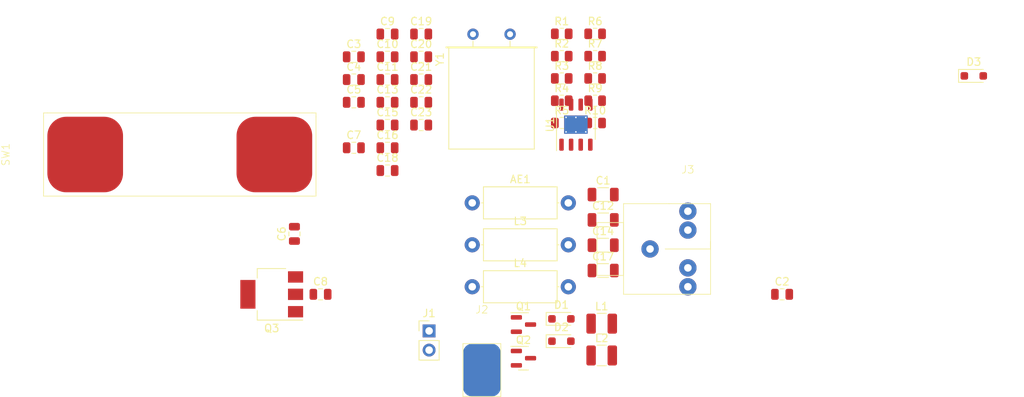
<source format=kicad_pcb>
(kicad_pcb (version 20221018) (generator pcbnew)
  (layers (0 "F.Cu" signal) (31 "B.Cu" signal) (34 "B.Paste" user) (35 "F.Paste" user) (36 "B.SilkS" user "B.Silkscreen") (37 "F.SilkS" user "F.Silkscreen") (38 "B.Mask" user) (39 "F.Mask" user) (44 "Edge.Cuts" user))
  (net 0 "")
  (net 1 "GND")
  (net 2 "Net-(J3-Pin_1)")
  (net 3 "Net-(J2-Pin_1)")
  (net 4 "Net-(D1-K)")
  (net 5 "Net-(D3-A)")
  (net 6 "Net-(D2-A)")
  (net 7 "Net-(C13-Pad2)")
  (net 8 "Net-(D2-K)")
  (net 9 "Net-(Q3-B)")
  (net 10 "Net-(Q1-B)")
  (net 11 "Net-(Q1-E)")
  (net 12 "Net-(Q2-D)")
  (net 13 "Net-(Q3-C)")
  (net 14 "Net-(C12-Pad2)")
  (net 15 "Net-(U1--)")
  (net 16 "Net-(C13-Pad1)")
  (net 17 "Net-(U1-BYPASS)")
  (net 18 "Net-(C12-Pad1)")
  (net 19 "Net-(AE1-A)")
  (net 20 "Net-(C11-Pad1)")
  (net 21 "Net-(D1-A)")
  (footprint "tcvr:coax" (layer "F.Cu") (at 152.775 -14.975)
    (fp_text reference "J2" (at 0 -0.5 unlocked) (layer "F.SilkS") (effects (font (thickness 0.1))))
    (fp_text value "anterna 50 Ohm")
    (fp_line (start -2.5 4) (end 2.5 4) (stroke (width 0.1)) (layer "F.SilkS"))
    (fp_line (start -2.5 11) (end -2.5 4) (stroke (width 0.1)) (layer "F.SilkS"))
    (fp_line (start 2.5 4) (end 2.5 11) (stroke (width 0.1)) (layer "F.SilkS"))
    (fp_line (start 2.5 11) (end -2.5 11) (stroke (width 0.1)) (layer "F.SilkS"))
    (pad "1" smd roundrect (at 0 7.5) (size 5 2) (layers "F.Cu" "F.Paste" "F.Mask") (net 3 "Net-(J2-Pin_1)"))
    (pad "2" smd roundrect (at 0 7.5) (size 5 7) (layers "B.Cu" "B.Paste" "B.Mask") (net 1 "GND"))
  )
  (footprint "Capacitor_SMD:C_1206_3216Metric" (layer "F.Cu") (at 168.8 -20.65)
    (fp_text reference "C17" (at 0 -1.85) (layer "F.SilkS"))
    (fp_text value "22u")
    (fp_line (start -0.711252 -0.91) (end 0.711252 -0.91) (stroke (width 0.12)) (layer "F.SilkS"))
    (fp_line (start -0.711252 0.91) (end 0.711252 0.91) (stroke (width 0.12)) (layer "F.SilkS"))
    (pad "1" smd roundrect (at -1.475 0) (size 1.15 1.8) (layers "F.Cu" "F.Paste" "F.Mask") (roundrect_rratio 0.217391) (net 16 "Net-(C13-Pad1)"))
    (pad "2" smd roundrect (at 1.475 0) (size 1.15 1.8) (layers "F.Cu" "F.Paste" "F.Mask") (roundrect_rratio 0.217391) (net 2 "Net-(J3-Pin_1)"))
  )
  (footprint "Capacitor_SMD:C_0805_2012Metric" (layer "F.Cu") (at 140.3 -45.92)
    (fp_text reference "C11" (at 0 -1.68) (layer "F.SilkS"))
    (fp_text value "100p")
    (fp_line (start -0.261252 -0.735) (end 0.261252 -0.735) (stroke (width 0.12)) (layer "F.SilkS"))
    (fp_line (start -0.261252 0.735) (end 0.261252 0.735) (stroke (width 0.12)) (layer "F.SilkS"))
    (pad "1" smd roundrect (at -0.95 0) (size 1 1.45) (layers "F.Cu" "F.Paste" "F.Mask") (net 20 "Net-(C11-Pad1)"))
    (pad "2" smd roundrect (at 0.95 0) (size 1 1.45) (layers "F.Cu" "F.Paste" "F.Mask") (net 3 "Net-(J2-Pin_1)"))
  )
  (footprint "Diode_SMD:D_SOD-323_HandSoldering" (layer "F.Cu") (at 163.285 -14.25)
    (fp_text reference "D1" (at 0 -1.85) (layer "F.SilkS"))
    (fp_text value "FM14 83-07-39")
    (fp_line (start -2.01 -0.85) (end -2.01 0.85) (stroke (width 0.12)) (layer "F.SilkS"))
    (fp_line (start -2.01 -0.85) (end 1.25 -0.85) (stroke (width 0.12)) (layer "F.SilkS"))
    (fp_line (start -2.01 0.85) (end 1.25 0.85) (stroke (width 0.12)) (layer "F.SilkS"))
    (pad "1" smd roundrect (at -1.25 0) (size 1 1) (layers "F.Cu" "F.Paste" "F.Mask") (net 4 "Net-(D1-K)"))
    (pad "2" smd roundrect (at 1.25 0) (size 1 1) (layers "F.Cu" "F.Paste" "F.Mask") (net 21 "Net-(D1-A)"))
  )
  (footprint "Crystal:Crystal_HC49-U_Horizontal" (layer "F.Cu") (at 151.6 -51.92)
    (fp_text reference "Y1" (at -4.375 3.3125 90) (layer "F.SilkS"))
    (fp_text value "3579kHz 40-00-62")
    (fp_line (start -3.55 1.68) (end 8.45 1.68) (stroke (width 0.12)) (layer "F.SilkS"))
    (fp_line (start -3.55 1.8) (end -3.55 1.68) (stroke (width 0.12)) (layer "F.SilkS"))
    (fp_line (start -3.2 1.8) (end -3.2 15.2) (stroke (width 0.12)) (layer "F.SilkS"))
    (fp_line (start -3.2 15.2) (end 8.1 15.2) (stroke (width 0.12)) (layer "F.SilkS"))
    (fp_line (start 0 0.95) (end 0 0.95) (stroke (width 0.12)) (layer "F.SilkS"))
    (fp_line (start 0 1.8) (end 0 0.95) (stroke (width 0.12)) (layer "F.SilkS"))
    (fp_line (start 4.9 0.95) (end 4.9 0.95) (stroke (width 0.12)) (layer "F.SilkS"))
    (fp_line (start 4.9 1.8) (end 4.9 0.95) (stroke (width 0.12)) (layer "F.SilkS"))
    (fp_line (start 8.1 1.8) (end -3.2 1.8) (stroke (width 0.12)) (layer "F.SilkS"))
    (fp_line (start 8.1 15.2) (end 8.1 1.8) (stroke (width 0.12)) (layer "F.SilkS"))
    (fp_line (start 8.45 1.68) (end 8.45 1.8) (stroke (width 0.12)) (layer "F.SilkS"))
    (fp_line (start 8.45 1.8) (end -3.55 1.8) (stroke (width 0.12)) (layer "F.SilkS"))
    (pad "1" thru_hole circle (at 0 0) (size 1.5 1.5) (drill 0.8) (layers "*.Cu" "*.Mask") (net 12 "Net-(Q2-D)"))
    (pad "2" thru_hole circle (at 4.9 0) (size 1.5 1.5) (drill 0.8) (layers "*.Cu" "*.Mask") (net 10 "Net-(Q1-B)"))
  )
  (footprint "Resistor_SMD:R_0805_2012Metric" (layer "F.Cu") (at 167.74 -46.07)
    (fp_text reference "R8" (at 0 -1.65) (layer "F.SilkS"))
    (fp_text value "10")
    (fp_line (start -0.227064 -0.735) (end 0.227064 -0.735) (stroke (width 0.12)) (layer "F.SilkS"))
    (fp_line (start -0.227064 0.735) (end 0.227064 0.735) (stroke (width 0.12)) (layer "F.SilkS"))
    (pad "1" smd roundrect (at -0.9125 0) (size 1.025 1.4) (layers "F.Cu" "F.Paste" "F.Mask") (roundrect_rratio 0.243902) (net 7 "Net-(C13-Pad2)"))
    (pad "2" smd roundrect (at 0.9125 0) (size 1.025 1.4) (layers "F.Cu" "F.Paste" "F.Mask") (roundrect_rratio 0.243902) (net 1 "GND"))
  )
  (footprint "Inductor_THT:L_Axial_L9.5mm_D4.0mm_P12.70mm_Horizontal_Fastron_SMCC" (layer "F.Cu") (at 151.5 -24.05)
    (fp_text reference "L3" (at 6.35 -3.12) (layer "F.SilkS"))
    (fp_text value "2u2 55-02-11")
    (fp_line (start 1.24 0) (end 1.48 0) (stroke (width 0.12)) (layer "F.SilkS"))
    (fp_line (start 1.48 -2.12) (end 1.48 2.12) (stroke (width 0.12)) (layer "F.SilkS"))
    (fp_line (start 1.48 2.12) (end 11.22 2.12) (stroke (width 0.12)) (layer "F.SilkS"))
    (fp_line (start 11.22 -2.12) (end 1.48 -2.12) (stroke (width 0.12)) (layer "F.SilkS"))
    (fp_line (start 11.22 2.12) (end 11.22 -2.12) (stroke (width 0.12)) (layer "F.SilkS"))
    (fp_line (start 11.46 0) (end 11.22 0) (stroke (width 0.12)) (layer "F.SilkS"))
    (pad "1" thru_hole circle (at 0 0) (size 2 2) (drill 1) (layers "*.Cu" "*.Mask") (net 20 "Net-(C11-Pad1)"))
    (pad "2" thru_hole oval (at 12.7 0) (size 2 2) (drill 1) (layers "*.Cu" "*.Mask") (net 3 "Net-(J2-Pin_1)"))
  )
  (footprint "Capacitor_SMD:C_0805_2012Metric" (layer "F.Cu") (at 144.75 -42.91)
    (fp_text reference "C22" (at 0 -1.68) (layer "F.SilkS"))
    (fp_text value "8p")
    (fp_line (start -0.261252 -0.735) (end 0.261252 -0.735) (stroke (width 0.12)) (layer "F.SilkS"))
    (fp_line (start -0.261252 0.735) (end 0.261252 0.735) (stroke (width 0.12)) (layer "F.SilkS"))
    (pad "1" smd roundrect (at -0.95 0) (size 1 1.45) (layers "F.Cu" "F.Paste" "F.Mask") (net 19 "Net-(AE1-A)"))
    (pad "2" smd roundrect (at 0.95 0) (size 1 1.45) (layers "F.Cu" "F.Paste" "F.Mask") (net 1 "GND"))
  )
  (footprint "Diode_SMD:D_SOD-323_HandSoldering" (layer "F.Cu") (at 217.785 -46.4035)
    (fp_text reference "D3" (at 0 -1.85) (layer "F.SilkS"))
    (fp_text value "FM14 83-07-39")
    (fp_line (start -2.01 -0.85) (end -2.01 0.85) (stroke (width 0.12)) (layer "F.SilkS"))
    (fp_line (start -2.01 -0.85) (end 1.25 -0.85) (stroke (width 0.12)) (layer "F.SilkS"))
    (fp_line (start -2.01 0.85) (end 1.25 0.85) (stroke (width 0.12)) (layer "F.SilkS"))
    (pad "1" smd roundrect (at -1.25 0) (size 1 1) (layers "F.Cu" "F.Paste" "F.Mask") (net 8 "Net-(D2-K)"))
    (pad "2" smd roundrect (at 1.25 0) (size 1 1) (layers "F.Cu" "F.Paste" "F.Mask") (net 5 "Net-(D3-A)"))
  )
  (footprint "Capacitor_SMD:C_0805_2012Metric" (layer "F.Cu") (at 140.3 -39.9)
    (fp_text reference "C15" (at 0 -1.68) (layer "F.SilkS"))
    (fp_text value "100n")
    (fp_line (start -0.261252 -0.735) (end 0.261252 -0.735) (stroke (width 0.12)) (layer "F.SilkS"))
    (fp_line (start -0.261252 0.735) (end 0.261252 0.735) (stroke (width 0.12)) (layer "F.SilkS"))
    (pad "1" smd roundrect (at -0.95 0) (size 1 1.45) (layers "F.Cu" "F.Paste" "F.Mask") (net 15 "Net-(U1--)"))
    (pad "2" smd roundrect (at 0.95 0) (size 1 1.45) (layers "F.Cu" "F.Paste" "F.Mask") (net 8 "Net-(D2-K)"))
  )
  (footprint "Capacitor_SMD:C_0805_2012Metric" (layer "F.Cu") (at 135.85 -42.91)
    (fp_text reference "C5" (at 0 -1.68) (layer "F.SilkS"))
    (fp_text value "10p")
    (fp_line (start -0.261252 -0.735) (end 0.261252 -0.735) (stroke (width 0.12)) (layer "F.SilkS"))
    (fp_line (start -0.261252 0.735) (end 0.261252 0.735) (stroke (width 0.12)) (layer "F.SilkS"))
    (pad "1" smd roundrect (at -0.95 0) (size 1 1.45) (layers "F.Cu" "F.Paste" "F.Mask") (net 12 "Net-(Q2-D)"))
    (pad "2" smd roundrect (at 0.95 0) (size 1 1.45) (layers "F.Cu" "F.Paste" "F.Mask") (net 1 "GND"))
  )
  (footprint "tcvr:key" (layer "F.Cu") (at 90.35 -36 90)
    (fp_text reference "SW1" (at 0 -0.5 90 unlocked) (layer "F.SilkS") (effects (font (thickness 0.1))))
    (fp_text value "SW_DPST_x2")
    (fp_line (start -5.5 4.5) (end -5.5 5) (stroke (width 0.1)) (layer "F.SilkS"))
    (fp_line (start -5.5 40) (end -5.5 5) (stroke (width 0.1)) (layer "F.SilkS"))
    (fp_line (start -5.5 40.5) (end -5.5 40) (stroke (width 0.1)) (layer "F.SilkS"))
    (fp_line (start -5 4.5) (end -5.5 4.5) (stroke (width 0.1)) (layer "F.SilkS"))
    (fp_line (start -5 4.5) (end 5 4.5) (stroke (width 0.1)) (layer "F.SilkS"))
    (fp_line (start -5 40.5) (end -5.5 40.5) (stroke (width 0.1)) (layer "F.SilkS"))
    (fp_line (start 5 4.5) (end 5.5 4.5) (stroke (width 0.1)) (layer "F.SilkS"))
    (fp_line (start 5 40.5) (end -5 40.5) (stroke (width 0.1)) (layer "F.SilkS"))
    (fp_line (start 5.5 4.5) (end 5.5 5) (stroke (width 0.1)) (layer "F.SilkS"))
    (fp_line (start 5.5 5) (end 5.5 40) (stroke (width 0.1)) (layer "F.SilkS"))
    (fp_line (start 5.5 40) (end 5.5 40.5) (stroke (width 0.1)) (layer "F.SilkS"))
    (fp_line (start 5.5 40.5) (end 5 40.5) (stroke (width 0.1)) (layer "F.SilkS"))
    (pad "1" smd roundrect (at 0 10 90) (size 10 10) (layers "F.Cu" "F.Paste" "F.Mask") (net 1 "GND"))
    (pad "1" smd roundrect (at 0 35 90) (size 10 10) (layers "F.Cu" "F.Paste" "F.Mask") (net 1 "GND"))
  )
  (footprint "Resistor_SMD:R_0805_2012Metric" (layer "F.Cu") (at 167.74 -43.12)
    (fp_text reference "R9" (at 0 -1.65) (layer "F.SilkS"))
    (fp_text value "1k")
    (fp_line (start -0.227064 -0.735) (end 0.227064 -0.735) (stroke (width 0.12)) (layer "F.SilkS"))
    (fp_line (start -0.227064 0.735) (end 0.227064 0.735) (stroke (width 0.12)) (layer "F.SilkS"))
    (pad "1" smd roundrect (at -0.9125 0) (size 1.025 1.4) (layers "F.Cu" "F.Paste" "F.Mask") (roundrect_rratio 0.243902) (net 4 "Net-(D1-K)"))
    (pad "2" smd roundrect (at 0.9125 0) (size 1.025 1.4) (layers "F.Cu" "F.Paste" "F.Mask") (roundrect_rratio 0.243902) (net 6 "Net-(D2-A)"))
  )
  (footprint "Inductor_SMD:L_1210_3225Metric" (layer "F.Cu") (at 168.61 -13.62)
    (fp_text reference "L1" (at 0 -2.28) (layer "F.SilkS"))
    (fp_text value "55-00-84 33uH 4r")
    (fp_line (start -0.602064 -1.36) (end 0.602064 -1.36) (stroke (width 0.12)) (layer "F.SilkS"))
    (fp_line (start -0.602064 1.36) (end 0.602064 1.36) (stroke (width 0.12)) (layer "F.SilkS"))
    (pad "1" smd roundrect (at -1.4 0) (size 1.25 2.65) (layers "F.Cu" "F.Paste" "F.Mask") (roundrect_rratio 0.2) (net 4 "Net-(D1-K)"))
    (pad "2" smd roundrect (at 1.4 0) (size 1.25 2.65) (layers "F.Cu" "F.Paste" "F.Mask") (roundrect_rratio 0.2) (net 13 "Net-(Q3-C)"))
  )
  (footprint "Capacitor_SMD:C_0805_2012Metric" (layer "F.Cu") (at 144.75 -45.92)
    (fp_text reference "C21" (at 0 -1.68) (layer "F.SilkS"))
    (fp_text value "16p")
    (fp_line (start -0.261252 -0.735) (end 0.261252 -0.735) (stroke (width 0.12)) (layer "F.SilkS"))
    (fp_line (start -0.261252 0.735) (end 0.261252 0.735) (stroke (width 0.12)) (layer "F.SilkS"))
    (pad "1" smd roundrect (at -0.95 0) (size 1 1.45) (layers "F.Cu" "F.Paste" "F.Mask") (net 19 "Net-(AE1-A)"))
    (pad "2" smd roundrect (at 0.95 0) (size 1 1.45) (layers "F.Cu" "F.Paste" "F.Mask") (net 1 "GND"))
  )
  (footprint "Resistor_SMD:R_0805_2012Metric" (layer "F.Cu") (at 167.74 -49.02)
    (fp_text reference "R7" (at 0 -1.65) (layer "F.SilkS"))
    (fp_text value "100")
    (fp_line (start -0.227064 -0.735) (end 0.227064 -0.735) (stroke (width 0.12)) (layer "F.SilkS"))
    (fp_line (start -0.227064 0.735) (end 0.227064 0.735) (stroke (width 0.12)) (layer "F.SilkS"))
    (pad "1" smd roundrect (at -0.9125 0) (size 1.025 1.4) (layers "F.Cu" "F.Paste" "F.Mask") (roundrect_rratio 0.243902) (net 3 "Net-(J2-Pin_1)"))
    (pad "2" smd roundrect (at 0.9125 0) (size 1.025 1.4) (layers "F.Cu" "F.Paste" "F.Mask") (roundrect_rratio 0.243902) (net 1 "GND"))
  )
  (footprint "Inductor_SMD:L_1210_3225Metric" (layer "F.Cu") (at 168.61 -9.41)
    (fp_text reference "L2" (at 0 -2.28) (layer "F.SilkS"))
    (fp_text value "100u 93-04-44 1210")
    (fp_line (start -0.602064 -1.36) (end 0.602064 -1.36) (stroke (width 0.12)) (layer "F.SilkS"))
    (fp_line (start -0.602064 1.36) (end 0.602064 1.36) (stroke (width 0.12)) (layer "F.SilkS"))
    (pad "1" smd roundrect (at -1.4 0) (size 1.25 2.65) (layers "F.Cu" "F.Paste" "F.Mask") (roundrect_rratio 0.2) (net 9 "Net-(Q3-B)"))
    (pad "2" smd roundrect (at 1.4 0) (size 1.25 2.65) (layers "F.Cu" "F.Paste" "F.Mask") (roundrect_rratio 0.2) (net 8 "Net-(D2-K)"))
  )
  (footprint "Capacitor_SMD:C_0805_2012Metric" (layer "F.Cu") (at 144.75 -51.94)
    (fp_text reference "C19" (at 0 -1.68) (layer "F.SilkS"))
    (fp_text value "64p")
    (fp_line (start -0.261252 -0.735) (end 0.261252 -0.735) (stroke (width 0.12)) (layer "F.SilkS"))
    (fp_line (start -0.261252 0.735) (end 0.261252 0.735) (stroke (width 0.12)) (layer "F.SilkS"))
    (pad "1" smd roundrect (at -0.95 0) (size 1 1.45) (layers "F.Cu" "F.Paste" "F.Mask") (net 19 "Net-(AE1-A)"))
    (pad "2" smd roundrect (at 0.95 0) (size 1 1.45) (layers "F.Cu" "F.Paste" "F.Mask") (net 1 "GND"))
  )
  (footprint "Capacitor_SMD:C_0805_2012Metric" (layer "F.Cu") (at 135.85 -45.92)
    (fp_text reference "C4" (at 0 -1.68) (layer "F.SilkS"))
    (fp_text value "100p")
    (fp_line (start -0.261252 -0.735) (end 0.261252 -0.735) (stroke (width 0.12)) (layer "F.SilkS"))
    (fp_line (start -0.261252 0.735) (end 0.261252 0.735) (stroke (width 0.12)) (layer "F.SilkS"))
    (pad "1" smd roundrect (at -0.95 0) (size 1 1.45) (layers "F.Cu" "F.Paste" "F.Mask") (net 11 "Net-(Q1-E)"))
    (pad "2" smd roundrect (at 0.95 0) (size 1 1.45) (layers "F.Cu" "F.Paste" "F.Mask") (net 1 "GND"))
  )
  (footprint "Resistor_SMD:R_0805_2012Metric" (layer "F.Cu") (at 163.33 -49.02)
    (fp_text reference "R2" (at 0 -1.65) (layer "F.SilkS"))
    (fp_text value "1K")
    (fp_line (start -0.227064 -0.735) (end 0.227064 -0.735) (stroke (width 0.12)) (layer "F.SilkS"))
    (fp_line (start -0.227064 0.735) (end 0.227064 0.735) (stroke (width 0.12)) (layer "F.SilkS"))
    (pad "1" smd roundrect (at -0.9125 0) (size 1.025 1.4) (layers "F.Cu" "F.Paste" "F.Mask") (roundrect_rratio 0.243902) (net 11 "Net-(Q1-E)"))
    (pad "2" smd roundrect (at 0.9125 0) (size 1.025 1.4) (layers "F.Cu" "F.Paste" "F.Mask") (roundrect_rratio 0.243902) (net 1 "GND"))
  )
  (footprint "Connector_PinHeader_2.54mm:PinHeader_1x02_P2.54mm_Vertical" (layer "F.Cu") (at 145.8 -12.66)
    (fp_text reference "J1" (at 0 -2.33) (layer "F.SilkS"))
    (fp_text value "9V 43-04-70")
    (fp_line (start -1.33 -1.33) (end 0 -1.33) (stroke (width 0.12)) (layer "F.SilkS"))
    (fp_line (start -1.33 0) (end -1.33 -1.33) (stroke (width 0.12)) (layer "F.SilkS"))
    (fp_line (start -1.33 1.27) (end -1.33 3.87) (stroke (width 0.12)) (layer "F.SilkS"))
    (fp_line (start -1.33 1.27) (end 1.33 1.27) (stroke (width 0.12)) (layer "F.SilkS"))
    (fp_line (start -1.33 3.87) (end 1.33 3.87) (stroke (width 0.12)) (layer "F.SilkS"))
    (fp_line (start 1.33 1.27) (end 1.33 3.87) (stroke (width 0.12)) (layer "F.SilkS"))
    (pad "1" thru_hole rect (at 0 0) (size 1.7 1.7) (drill 1) (layers "*.Cu" "*.Mask") (net 21 "Net-(D1-A)"))
    (pad "2" thru_hole oval (at 0 2.54) (size 1.7 1.7) (drill 1) (layers "*.Cu" "*.Mask") (net 1 "GND"))
  )
  (footprint "Package_TO_SOT_SMD:SOT-223-3_TabPin2" (layer "F.Cu") (at 125 -17.5 180)
    (fp_text reference "Q3" (at 0 -4.5) (layer "F.SilkS"))
    (fp_text value "PZT2222A 86-02-43")
    (fp_line (start -4.1 -3.41) (end 1.91 -3.41) (stroke (width 0.12)) (layer "F.SilkS"))
    (fp_line (start -1.85 3.41) (end 1.91 3.41) (stroke (width 0.12)) (layer "F.SilkS"))
    (fp_line (start 1.91 -3.41) (end 1.91 -2.15) (stroke (width 0.12)) (layer "F.SilkS"))
    (fp_line (start 1.91 3.41) (end 1.91 2.15) (stroke (width 0.12)) (layer "F.SilkS"))
    (pad "1" smd rect (at -3.15 -2.3 180) (size 2 1.5) (layers "F.Cu" "F.Paste" "F.Mask") (net 9 "Net-(Q3-B)"))
    (pad "2" smd rect (at -3.15 0 180) (size 2 1.5) (layers "F.Cu" "F.Paste" "F.Mask") (net 13 "Net-(Q3-C)"))
    (pad "2" smd rect (at 3.15 0 180) (size 2 3.8) (layers "F.Cu" "F.Paste" "F.Mask") (net 13 "Net-(Q3-C)"))
    (pad "3" smd rect (at -3.15 2.3 180) (size 2 1.5) (layers "F.Cu" "F.Paste" "F.Mask") (net 8 "Net-(D2-K)"))
  )
  (footprint "Capacitor_SMD:C_0805_2012Metric" (layer "F.Cu") (at 135.85 -36.89)
    (fp_text reference "C7" (at 0 -1.68) (layer "F.SilkS"))
    (fp_text value "1n")
    (fp_line (start -0.261252 -0.735) (end 0.261252 -0.735) (stroke (width 0.12)) (layer "F.SilkS"))
    (fp_line (start -0.261252 0.735) (end 0.261252 0.735) (stroke (width 0.12)) (layer "F.SilkS"))
    (pad "1" smd roundrect (at -0.95 0) (size 1 1.45) (layers "F.Cu" "F.Paste" "F.Mask") (net 11 "Net-(Q1-E)"))
    (pad "2" smd roundrect (at 0.95 0) (size 1 1.45) (layers "F.Cu" "F.Paste" "F.Mask") (net 9 "Net-(Q3-B)"))
  )
  (footprint "Capacitor_SMD:C_0805_2012Metric" (layer "F.Cu") (at 144.75 -39.9)
    (fp_text reference "C23" (at 0 -1.68) (layer "F.SilkS"))
    (fp_text value "4p")
    (fp_line (start -0.261252 -0.735) (end 0.261252 -0.735) (stroke (width 0.12)) (layer "F.SilkS"))
    (fp_line (start -0.261252 0.735) (end 0.261252 0.735) (stroke (width 0.12)) (layer "F.SilkS"))
    (pad "1" smd roundrect (at -0.95 0) (size 1 1.45) (layers "F.Cu" "F.Paste" "F.Mask") (net 19 "Net-(AE1-A)"))
    (pad "2" smd roundrect (at 0.95 0) (size 1 1.45) (layers "F.Cu" "F.Paste" "F.Mask") (net 1 "GND"))
  )
  (footprint "Capacitor_SMD:C_0805_2012Metric" (layer "F.Cu") (at 140.3 -48.93)
    (fp_text reference "C10" (at 0 -1.68) (layer "F.SilkS"))
    (fp_text value "820p")
    (fp_line (start -0.261252 -0.735) (end 0.261252 -0.735) (stroke (width 0.12)) (layer "F.SilkS"))
    (fp_line (start -0.261252 0.735) (end 0.261252 0.735) (stroke (width 0.12)) (layer "F.SilkS"))
    (pad "1" smd roundrect (at -0.95 0) (size 1 1.45) (layers "F.Cu" "F.Paste" "F.Mask") (net 3 "Net-(J2-Pin_1)"))
    (pad "2" smd roundrect (at 0.95 0) (size 1 1.45) (layers "F.Cu" "F.Paste" "F.Mask") (net 1 "GND"))
  )
  (footprint "Capacitor_SMD:C_0805_2012Metric" (layer "F.Cu") (at 140.3 -51.94)
    (fp_text reference "C9" (at 0 -1.68) (layer "F.SilkS"))
    (fp_text value "820p")
    (fp_line (start -0.261252 -0.735) (end 0.261252 -0.735) (stroke (width 0.12)) (layer "F.SilkS"))
    (fp_line (start -0.261252 0.735) (end 0.261252 0.735) (stroke (width 0.12)) (layer "F.SilkS"))
    (pad "1" smd roundrect (at -0.95 0) (size 1 1.45) (layers "F.Cu" "F.Paste" "F.Mask") (net 20 "Net-(C11-Pad1)"))
    (pad "2" smd roundrect (at 0.95 0) (size 1 1.45) (layers "F.Cu" "F.Paste" "F.Mask") (net 1 "GND"))
  )
  (footprint "Resistor_SMD:R_0805_2012Metric" (layer "F.Cu") (at 167.74 -51.97)
    (fp_text reference "R6" (at 0 -1.65) (layer "F.SilkS"))
    (fp_text value "100")
    (fp_line (start -0.227064 -0.735) (end 0.227064 -0.735) (stroke (width 0.12)) (layer "F.SilkS"))
    (fp_line (start -0.227064 0.735) (end 0.227064 0.735) (stroke (width 0.12)) (layer "F.SilkS"))
    (pad "1" smd roundrect (at -0.9125 0) (size 1.025 1.4) (layers "F.Cu" "F.Paste" "F.Mask") (roundrect_rratio 0.243902) (net 3 "Net-(J2-Pin_1)"))
    (pad "2" smd roundrect (at 0.9125 0) (size 1.025 1.4) (layers "F.Cu" "F.Paste" "F.Mask") (roundrect_rratio 0.243902) (net 1 "GND"))
  )
  (footprint "Diode_SMD:D_SOD-323_HandSoldering" (layer "F.Cu") (at 163.285 -11.3)
    (fp_text reference "D2" (at 0 -1.85) (layer "F.SilkS"))
    (fp_text value "FM14 83-07-39")
    (fp_line (start -2.01 -0.85) (end -2.01 0.85) (stroke (width 0.12)) (layer "F.SilkS"))
    (fp_line (start -2.01 -0.85) (end 1.25 -0.85) (stroke (width 0.12)) (layer "F.SilkS"))
    (fp_line (start -2.01 0.85) (end 1.25 0.85) (stroke (width 0.12)) (layer "F.SilkS"))
    (pad "1" smd roundrect (at -1.25 0) (size 1 1) (layers "F.Cu" "F.Paste" "F.Mask") (net 8 "Net-(D2-K)"))
    (pad "2" smd roundrect (at 1.25 0) (size 1 1) (layers "F.Cu" "F.Paste" "F.Mask") (net 6 "Net-(D2-A)"))
  )
  (footprint "Resistor_SMD:R_0805_2012Metric" (layer "F.Cu") (at 167.74 -40.17)
    (fp_text reference "R10" (at 0 -1.65) (layer "F.SilkS"))
    (fp_text value "10k")
    (fp_line (start -0.227064 -0.735) (end 0.227064 -0.735) (stroke (width 0.12)) (layer "F.SilkS"))
    (fp_line (start -0.227064 0.735) (end 0.227064 0.735) (stroke (width 0.12)) (layer "F.SilkS"))
    (pad "1" smd roundrect (at -0.9125 0) (size 1.025 1.4) (layers "F.Cu" "F.Paste" "F.Mask") (roundrect_rratio 0.243902) (net 4 "Net-(D1-K)"))
    (pad "2" smd roundrect (at 0.9125 0) (size 1.025 1.4) (layers "F.Cu" "F.Paste" "F.Mask") (roundrect_rratio 0.243902) (net 5 "Net-(D3-A)"))
  )
  (footprint "Package_TO_SOT_SMD:SOT-23" (layer "F.Cu") (at 158.27 -9.05)
    (fp_text reference "Q2" (at 0 -2.4) (layer "F.SilkS"))
    (fp_text value "2N7002")
    (fp_line (start 0 -1.56) (end -1.675 -1.56) (stroke (width 0.12)) (layer "F.SilkS"))
    (fp_line (start 0 -1.56) (end 0.65 -1.56) (stroke (width 0.12)) (layer "F.SilkS"))
    (fp_line (start 0 1.56) (end -0.65 1.56) (stroke (width 0.12)) (layer "F.SilkS"))
    (fp_line (start 0 1.56) (end 0.65 1.56) (stroke (width 0.12)) (layer "F.SilkS"))
    (pad "1" smd roundrect (at -0.9375 -0.95) (size 1.475 0.6) (layers "F.Cu" "F.Paste" "F.Mask") (net 5 "Net-(D3-A)"))
    (pad "2" smd roundrect (at -0.9375 0.95) (size 1.475 0.6) (layers "F.Cu" "F.Paste" "F.Mask") (net 1 "GND"))
    (pad "3" smd roundrect (at 0.9375 0) (size 1.475 0.6) (layers "F.Cu" "F.Paste" "F.Mask") (net 12 "Net-(Q2-D)"))
  )
  (footprint "tcvr:jack" (layer "F.Cu") (at 180 -33.5)
    (fp_text reference "J3" (at 0 -0.5 unlocked) (layer "F.SilkS") (effects (font (thickness 0.1))))
    (fp_text value "jack 43-08-39")
    (fp_line (start -12 6.5) (end -12 13.5) (stroke (width 0.1)) (layer "F.SilkS"))
    (fp_line (start -12 13.5) (end -8.5 13.5) (stroke (width 0.1)) (layer "F.SilkS"))
    (fp_line (start -8.5 4) (end -8.5 6.5) (stroke (width 0.1)) (layer "F.SilkS"))
    (fp_line (start -8.5 6.5) (end -12 6.5) (stroke (width 0.1)) (layer "F.SilkS"))
    (fp_line (start -8.5 6.5) (end -8.5 16) (stroke (width 0.1)) (layer "F.SilkS"))
    (fp_line (start -8.5 13.5) (end -8.5 6.5) (stroke (width 0.1)) (layer "F.SilkS"))
    (fp_line (start -8.5 16) (end 3 16) (stroke (width 0.1)) (layer "F.SilkS"))
    (fp_line (start -3 10) (end 3 10) (stroke (width 0.1)) (layer "F.SilkS"))
    (fp_line (start -2.5 4) (end -8.5 4) (stroke (width 0.1)) (layer "F.SilkS"))
    (fp_line (start 3 4) (end -2.5 4) (stroke (width 0.1)) (layer "F.SilkS"))
    (fp_line (start 3 10) (end 3 4) (stroke (width 0.1)) (layer "F.SilkS"))
    (fp_line (start 3 16) (end 3 9) (stroke (width 0.1)) (layer "F.SilkS"))
    (pad "1" thru_hole circle (at 0 5) (size 2.286 2.286) (drill 1) (layers "*.Cu" "*.Mask") (net 2 "Net-(J3-Pin_1)"))
    (pad "2" thru_hole circle (at 0 7.5) (size 2.286 2.286) (drill 1) (layers "*.Cu" "*.Mask") (net 2 "Net-(J3-Pin_1)"))
    (pad "3" thru_hole circle (at 0 12.5) (size 2.286 2.286) (drill 1) (layers "*.Cu" "*.Mask") (net 2 "Net-(J3-Pin_1)"))
    (pad "4" thru_hole circle (at 0 15) (size 2.286 2.286) (drill 1) (layers "*.Cu" "*.Mask") (net 2 "Net-(J3-Pin_1)"))
    (pad "5" thru_hole circle (at -5 10) (size 2.286 2.286) (drill 1) (layers "*.Cu" "*.Mask") (net 1 "GND"))
  )
  (footprint "Inductor_THT:L_Axial_L9.5mm_D4.0mm_P12.70mm_Horizontal_Fastron_SMCC" (layer "F.Cu") (at 151.5 -18.5)
    (fp_text reference "L4" (at 6.35 -3.12) (layer "F.SilkS"))
    (fp_text value "22u N7 55-00-66")
    (fp_line (start 1.24 0) (end 1.48 0) (stroke (width 0.12)) (layer "F.SilkS"))
    (fp_line (start 1.48 -2.12) (end 1.48 2.12) (stroke (width 0.12)) (layer "F.SilkS"))
    (fp_line (start 1.48 2.12) (end 11.22 2.12) (stroke (width 0.12)) (layer "F.SilkS"))
    (fp_line (start 11.22 -2.12) (end 1.48 -2.12) (stroke (width 0.12)) (layer "F.SilkS"))
    (fp_line (start 11.22 2.12) (end 11.22 -2.12) (stroke (width 0.12)) (layer "F.SilkS"))
    (fp_line (start 11.46 0) (end 11.22 0) (stroke (width 0.12)) (layer "F.SilkS"))
    (pad "1" thru_hole circle (at 0 0) (size 2 2) (drill 1) (layers "*.Cu" "*.Mask") (net 3 "Net-(J2-Pin_1)"))
    (pad "2" thru_hole oval (at 12.7 0) (size 2 2) (drill 1) (layers "*.Cu" "*.Mask") (net 19 "Net-(AE1-A)"))
  )
  (footprint "Capacitor_SMD:C_0805_2012Metric" (layer "F.Cu") (at 135.85 -48.93)
    (fp_text reference "C3" (at 0 -1.68) (layer "F.SilkS"))
    (fp_text value "100p")
    (fp_line (start -0.261252 -0.735) (end 0.261252 -0.735) (stroke (width 0.12)) (layer "F.SilkS"))
    (fp_line (start -0.261252 0.735) (end 0.261252 0.735) (stroke (width 0.12)) (layer "F.SilkS"))
    (pad "1" smd roundrect (at -0.95 0) (size 1 1.45) (layers "F.Cu" "F.Paste" "F.Mask") (net 10 "Net-(Q1-B)"))
    (pad "2" smd roundrect (at 0.95 0) (size 1 1.45) (layers "F.Cu" "F.Paste" "F.Mask") (net 11 "Net-(Q1-E)"))
  )
  (footprint "Capacitor_SMD:C_1206_3216Metric" (layer "F.Cu") (at 168.8 -27.35)
    (fp_text reference "C12" (at 0 -1.85) (layer "F.SilkS"))
    (fp_text value "10u")
    (fp_line (start -0.711252 -0.91) (end 0.711252 -0.91) (stroke (width 0.12)) (layer "F.SilkS"))
    (fp_line (start -0.711252 0.91) (end 0.711252 0.91) (stroke (width 0.12)) (layer "F.SilkS"))
    (pad "1" smd roundrect (at -1.475 0) (size 1.15 1.8) (layers "F.Cu" "F.Paste" "F.Mask") (roundrect_rratio 0.217391) (net 18 "Net-(C12-Pad1)"))
    (pad "2" smd roundrect (at 1.475 0) (size 1.15 1.8) (layers "F.Cu" "F.Paste" "F.Mask") (roundrect_rratio 0.217391) (net 14 "Net-(C12-Pad2)"))
  )
  (footprint "Capacitor_SMD:C_0805_2012Metric" (layer "F.Cu") (at 140.3 -36.89)
    (fp_text reference "C16" (at 0 -1.68) (layer "F.SilkS"))
    (fp_text value "22u")
    (fp_line (start -0.261252 -0.735) (end 0.261252 -0.735) (stroke (width 0.12)) (layer "F.SilkS"))
    (fp_line (start -0.261252 0.735) (end 0.261252 0.735) (stroke (width 0.12)) (layer "F.SilkS"))
    (pad "1" smd roundrect (at -0.95 0) (size 1 1.45) (layers "F.Cu" "F.Paste" "F.Mask") (net 6 "Net-(D2-A)"))
    (pad "2" smd roundrect (at 0.95 0) (size 1 1.45) (layers "F.Cu" "F.Paste" "F.Mask") (net 1 "GND"))
  )
  (footprint "Capacitor_SMD:C_0805_2012Metric" (layer "F.Cu") (at 128 -25.5 90)
    (fp_text reference "C6" (at 0 -1.68 90) (layer "F.SilkS"))
    (fp_text value "10n")
    (fp_line (start -0.261252 -0.735) (end 0.261252 -0.735) (stroke (width 0.12)) (layer "F.SilkS"))
    (fp_line (start -0.261252 0.735) (end 0.261252 0.735) (stroke (width 0.12)) (layer "F.SilkS"))
    (pad "1" smd roundrect (at -0.95 0 90) (size 1 1.45) (layers "F.Cu" "F.Paste" "F.Mask") (net 8 "Net-(D2-K)"))
    (pad "2" smd roundrect (at 0.95 0 90) (size 1 1.45) (layers "F.Cu" "F.Paste" "F.Mask") (net 1 "GND"))
  )
  (footprint "Resistor_SMD:R_0805_2012Metric" (layer "F.Cu") (at 163.33 -51.97)
    (fp_text reference "R1" (at 0 -1.65) (layer "F.SilkS"))
    (fp_text value "100K")
    (fp_line (start -0.227064 -0.735) (end 0.227064 -0.735) (stroke (width 0.12)) (layer "F.SilkS"))
    (fp_line (start -0.227064 0.735) (end 0.227064 0.735) (stroke (width 0.12)) (layer "F.SilkS"))
    (pad "1" smd roundrect (at -0.9125 0) (size 1.025 1.4) (layers "F.Cu" "F.Paste" "F.Mask") (roundrect_rratio 0.243902) (net 4 "Net-(D1-K)"))
    (pad "2" smd roundrect (at 0.9125 0) (size 1.025 1.4) (layers "F.Cu" "F.Paste" "F.Mask") (roundrect_rratio 0.243902) (net 10 "Net-(Q1-B)"))
  )
  (footprint "Inductor_THT:L_Axial_L9.5mm_D4.0mm_P12.70mm_Horizontal_Fastron_SMCC" (layer "F.Cu") (at 151.5 -29.6)
    (fp_text reference "AE1" (at 6.35 -3.12) (layer "F.SilkS"))
    (fp_text value "2..6m")
    (fp_line (start 1.24 0) (end 1.48 0) (stroke (width 0.12)) (layer "F.SilkS"))
    (fp_line (start 1.48 -2.12) (end 1.48 2.12) (stroke (width 0.12)) (layer "F.SilkS"))
    (fp_line (start 1.48 2.12) (end 11.22 2.12) (stroke (width 0.12)) (layer "F.SilkS"))
    (fp_line (start 11.22 -2.12) (end 1.48 -2.12) (stroke (width 0.12)) (layer "F.SilkS"))
    (fp_line (start 11.22 2.12) (end 11.22 -2.12) (stroke (width 0.12)) (layer "F.SilkS"))
    (fp_line (start 11.46 0) (end 11.22 0) (stroke (width 0.12)) (layer "F.SilkS"))
    (pad "1" thru_hole circle (at 0 0) (size 2 2) (drill 1) (layers "*.Cu" "*.Mask") (net 19 "Net-(AE1-A)"))
    (pad "2" thru_hole oval (at 12.7 0) (size 2 2) (drill 1) (layers "*.Cu" "*.Mask"))
  )
  (footprint "Package_TO_SOT_SMD:SOT-23" (layer "F.Cu") (at 158.27 -13.5)
    (fp_text reference "Q1" (at 0 -2.4) (layer "F.SilkS"))
    (fp_text value "BC817 86-05-47")
    (fp_line (start 0 -1.56) (end -1.675 -1.56) (stroke (width 0.12)) (layer "F.SilkS"))
    (fp_line (start 0 -1.56) (end 0.65 -1.56) (stroke (width 0.12)) (layer "F.SilkS"))
    (fp_line (start 0 1.56) (end -0.65 1.56) (stroke (width 0.12)) (layer "F.SilkS"))
    (fp_line (start 0 1.56) (end 0.65 1.56) (stroke (width 0.12)) (layer "F.SilkS"))
    (pad "1" smd roundrect (at -0.9375 -0.95) (size 1.475 0.6) (layers "F.Cu" "F.Paste" "F.Mask") (net 10 "Net-(Q1-B)"))
    (pad "2" smd roundrect (at -0.9375 0.95) (size 1.475 0.6) (layers "F.Cu" "F.Paste" "F.Mask") (net 11 "Net-(Q1-E)"))
    (pad "3" smd roundrect (at 0.9375 0) (size 1.475 0.6) (layers "F.Cu" "F.Paste" "F.Mask") (net 4 "Net-(D1-K)"))
  )
  (footprint "Capacitor_SMD:C_0805_2012Metric" (layer "F.Cu") (at 140.3 -42.91)
    (fp_text reference "C13" (at 0 -1.68) (layer "F.SilkS"))
    (fp_text value "47n")
    (fp_line (start -0.261252 -0.735) (end 0.261252 -0.735) (stroke (width 0.12)) (layer "F.SilkS"))
    (fp_line (start -0.261252 0.735) (end 0.261252 0.735) (stroke (width 0.12)) (layer "F.SilkS"))
    (pad "1" smd roundrect (at -0.95 0) (size 1 1.45) (layers "F.Cu" "F.Paste" "F.Mask") (net 16 "Net-(C13-Pad1)"))
    (pad "2" smd roundrect (at 0.95 0) (size 1 1.45) (layers "F.Cu" "F.Paste" "F.Mask") (net 7 "Net-(C13-Pad2)"))
  )
  (footprint "Resistor_SMD:R_0805_2012Metric" (layer "F.Cu") (at 163.33 -43.12)
    (fp_text reference "R4" (at 0 -1.65) (layer "F.SilkS"))
    (fp_text value "47k")
    (fp_line (start -0.227064 -0.735) (end 0.227064 -0.735) (stroke (width 0.12)) (layer "F.SilkS"))
    (fp_line (start -0.227064 0.735) (end 0.227064 0.735) (stroke (width 0.12)) (layer "F.SilkS"))
    (pad "1" smd roundrect (at -0.9125 0) (size 1.025 1.4) (layers "F.Cu" "F.Paste" "F.Mask") (roundrect_rratio 0.243902) (net 4 "Net-(D1-K)"))
    (pad "2" smd roundrect (at 0.9125 0) (size 1.025 1.4) (layers "F.Cu" "F.Paste" "F.Mask") (roundrect_rratio 0.243902) (net 9 "Net-(Q3-B)"))
  )
  (footprint "Capacitor_SMD:C_0805_2012Metric" (layer "F.Cu") (at 131.45 -17.5)
    (fp_text reference "C8" (at 0 -1.68) (layer "F.SilkS"))
    (fp_text value "10n ")
    (fp_line (start -0.261252 -0.735) (end 0.261252 -0.735) (stroke (width 0.12)) (layer "F.SilkS"))
    (fp_line (start -0.261252 0.735) (end 0.261252 0.735) (stroke (width 0.12)) (layer "F.SilkS"))
    (pad "1" smd roundrect (at -0.95 0) (size 1 1.45) (layers "F.Cu" "F.Paste" "F.Mask") (net 13 "Net-(Q3-C)"))
    (pad "2" smd roundrect (at 0.95 0) (size 1 1.45) (layers "F.Cu" "F.Paste" "F.Mask") (net 20 "Net-(C11-Pad1)"))
  )
  (footprint "Package_SO:HSOP-8-1EP_3.9x4.9mm_P1.27mm_EP2.41x3.1mm_ThermalVias" (layer "F.Cu") (at 165.2 -39.9535 90)
    (fp_text reference "U1" (at 0 -3.4 90) (layer "F.SilkS"))
    (fp_text value "LM386 89-24-08")
    (fp_line (start 0 -2.56) (end -3.45 -2.56) (stroke (width 0.12)) (layer "F.SilkS"))
    (fp_line (start 0 -2.56) (end 1.95 -2.56) (stroke (width 0.12)) (layer "F.SilkS"))
    (fp_line (start 0 2.56) (end -1.95 2.56) (stroke (width 0.12)) (layer "F.SilkS"))
    (fp_line (start 0 2.56) (end 1.95 2.56) (stroke (width 0.12)) (layer "F.SilkS"))
    (pad "1" smd roundrect (at -2.65 -1.905 90) (size 1.6 0.6) (layers "F.Cu" "F.Paste" "F.Mask") (net 14 "Net-(C12-Pad2)"))
    (pad "2" smd roundrect (at -2.65 -0.635 90) (size 1.6 0.6) (layers "F.Cu" "F.Paste" "F.Mask") (net 15 "Net-(U1--)"))
    (pad "3" smd roundrect (at -2.65 0.635 90) (size 1.6 0.6) (layers "F.Cu" "F.Paste" "F.Mask") (net 1 "GND"))
    (pad "4" smd roundrect (at -2.65 1.905 90) (size 1.6 0.6) (layers "F.Cu" "F.Paste" "F.Mask") (net 1 "GND"))
    (pad "5" smd roundrect (at 2.65 1.905 90) (size 1.6 0.6) (layers "F.Cu" "F.Paste" "F.Mask") (net 16 "Net-(C13-Pad1)"))
    (pad "6" smd roundrect (at 2.65 0.635 90) (size 1.6 0.6) (layers "F.Cu" "F.Paste" "F.Mask") (net 6 "Net-(D2-A)"))
    (pad "7" smd roundrect (at 2.65 -0.635 90) (size 1.6 0.6) (layers "F.Cu" "F.Paste" "F.Mask") (net 17 "Net-(U1-BYPASS)"))
    (pad "8" smd roundrect (at 2.65 -1.905 90) (size 1.6 0.6) (layers "F.Cu" "F.Paste" "F.Mask") (net 18 "Net-(C12-Pad1)"))
    (pad "9" thru_hole circle (at -0.955 -1.3 90) (size 0.5 0.5) (drill 0.2) (layers "*.Cu"))
    (pad "9" thru_hole circle (at -0.955 0 90) (size 0.5 0.5) (drill 0.2) (layers "*.Cu"))
    (pad "9" thru_hole circle (at -0.955 1.3 90) (size 0.5 0.5) (drill 0.2) (layers "*.Cu"))
    (pad "9" smd rect (at 0 0 90) (size 2.41 3.1) (layers "F.Cu" "F.Mask"))
    (pad "9" smd rect (at 0 0 90) (size 2.41 3.1) (layers "B.Cu"))
    (pad "9" thru_hole circle (at 0.955 -1.3 90) (size 0.5 0.5) (drill 0.2) (layers "*.Cu"))
    (pad "9" thru_hole circle (at 0.955 0 90) (size 0.5 0.5) (drill 0.2) (layers "*.Cu"))
    (pad "9" thru_hole circle (at 0.955 1.3 90) (size 0.5 0.5) (drill 0.2) (layers "*.Cu"))
  )
  (footprint "Capacitor_SMD:C_0805_2012Metric" (layer "F.Cu") (at 192.45 -17.5)
    (fp_text reference "C2" (at 0 -1.68) (layer "F.SilkS"))
    (fp_text value "100n")
    (fp_line (start -0.261252 -0.735) (end 0.261252 -0.735) (stroke (width 0.12)) (layer "F.SilkS"))
    (fp_line (start -0.261252 0.735) (end 0.261252 0.735) (stroke (width 0.12)) (layer "F.SilkS"))
    (pad "1" smd roundrect (at -0.95 0) (size 1 1.45) (layers "F.Cu" "F.Paste" "F.Mask") (net 4 "Net-(D1-K)"))
    (pad "2" smd roundrect (at 0.95 0) (size 1 1.45) (layers "F.Cu" "F.Paste" "F.Mask") (net 1 "GND"))
  )
  (footprint "Capacitor_SMD:C_0805_2012Metric" (layer "F.Cu") (at 140.3 -33.88)
    (fp_text reference "C18" (at 0 -1.68) (layer "F.SilkS"))
    (fp_text value "1n")
    (fp_line (start -0.261252 -0.735) (end 0.261252 -0.735) (stroke (width 0.12)) (layer "F.SilkS"))
    (fp_line (start -0.261252 0.735) (end 0.261252 0.735) (stroke (width 0.12)) (layer "F.SilkS"))
    (pad "1" smd roundrect (at -0.95 0) (size 1 1.45) (layers "F.Cu" "F.Paste" "F.Mask") (net 3 "Net-(J2-Pin_1)"))
    (pad "2" smd roundrect (at 0.95 0) (size 1 1.45) (layers "F.Cu" "F.Paste" "F.Mask") (net 1 "GND"))
  )
  (footprint "Capacitor_SMD:C_0805_2012Metric" (layer "F.Cu") (at 144.75 -48.93)
    (fp_text reference "C20" (at 0 -1.68) (layer "F.SilkS"))
    (fp_text value "32p")
    (fp_line (start -0.261252 -0.735) (end 0.261252 -0.735) (stroke (width 0.12)) (layer "F.SilkS"))
    (fp_line (start -0.261252 0.735) (end 0.261252 0.735) (stroke (width 0.12)) (layer "F.SilkS"))
    (pad "1" smd roundrect (at -0.95 0) (size 1 1.45) (layers "F.Cu" "F.Paste" "F.Mask") (net 19 "Net-(AE1-A)"))
    (pad "2" smd roundrect (at 0.95 0) (size 1 1.45) (layers "F.Cu" "F.Paste" "F.Mask") (net 1 "GND"))
  )
  (footprint "Capacitor_SMD:C_1206_3216Metric" (layer "F.Cu") (at 168.8 -24)
    (fp_text reference "C14" (at 0 -1.85) (layer "F.SilkS"))
    (fp_text value "22u")
    (fp_line (start -0.711252 -0.91) (end 0.711252 -0.91) (stroke (width 0.12)) (layer "F.SilkS"))
    (fp_line (start -0.711252 0.91) (end 0.711252 0.91) (stroke (width 0.12)) (layer "F.SilkS"))
    (pad "1" smd roundrect (at -1.475 0) (size 1.15 1.8) (layers "F.Cu" "F.Paste" "F.Mask") (roundrect_rratio 0.217391) (net 17 "Net-(U1-BYPASS)"))
    (pad "2" smd roundrect (at 1.475 0) (size 1.15 1.8) (layers "F.Cu" "F.Paste" "F.Mask") (roundrect_rratio 0.217391) (net 1 "GND"))
  )
  (footprint "Resistor_SMD:R_0805_2012Metric" (layer "F.Cu") (at 163.33 -40.17)
    (fp_text reference "R5" (at 0 -1.65) (layer "F.SilkS"))
    (fp_text value "10k")
    (fp_line (start -0.227064 -0.735) (end 0.227064 -0.735) (stroke (width 0.12)) (layer "F.SilkS"))
    (fp_line (start -0.227064 0.735) (end 0.227064 0.735) (stroke (width 0.12)) (layer "F.SilkS"))
    (pad "1" smd roundrect (at -0.9125 0) (size 1.025 1.4) (layers "F.Cu" "F.Paste" "F.Mask") (roundrect_rratio 0.243902) (net 8 "Net-(D2-K)"))
    (pad "2" smd roundrect (at 0.9125 0) (size 1.025 1.4) (layers "F.Cu" "F.Paste" "F.Mask") (roundrect_rratio 0.243902) (net 1 "GND"))
  )
  (footprint "Capacitor_SMD:C_1206_3216Metric" (layer "F.Cu") (at 168.8 -30.7)
    (fp_text reference "C1" (at 0 -1.85) (layer "F.SilkS"))
    (fp_text value "10u")
    (fp_line (start -0.711252 -0.91) (end 0.711252 -0.91) (stroke (width 0.12)) (layer "F.SilkS"))
    (fp_line (start -0.711252 0.91) (end 0.711252 0.91) (stroke (width 0.12)) (layer "F.SilkS"))
    (pad "1" smd roundrect (at -1.475 0) (size 1.15 1.8) (layers "F.Cu" "F.Paste" "F.Mask") (roundrect_rratio 0.217391) (net 4 "Net-(D1-K)"))
    (pad "2" smd roundrect (at 1.475 0) (size 1.15 1.8) (layers "F.Cu" "F.Paste" "F.Mask") (roundrect_rratio 0.217391) (net 1 "GND"))
  )
  (footprint "Resistor_SMD:R_0805_2012Metric" (layer "F.Cu") (at 163.33 -46.07)
    (fp_text reference "R3" (at 0 -1.65) (layer "F.SilkS"))
    (fp_text value "100K")
    (fp_line (start -0.227064 -0.735) (end 0.227064 -0.735) (stroke (width 0.12)) (layer "F.SilkS"))
    (fp_line (start -0.227064 0.735) (end 0.227064 0.735) (stroke (width 0.12)) (layer "F.SilkS"))
    (pad "1" smd roundrect (at -0.9125 0) (size 1.025 1.4) (layers "F.Cu" "F.Paste" "F.Mask") (roundrect_rratio 0.243902) (net 10 "Net-(Q1-B)"))
    (pad "2" smd roundrect (at 0.9125 0) (size 1.025 1.4) (layers "F.Cu" "F.Paste" "F.Mask") (roundrect_rratio 0.243902) (net 1 "GND"))
  )
)
</source>
